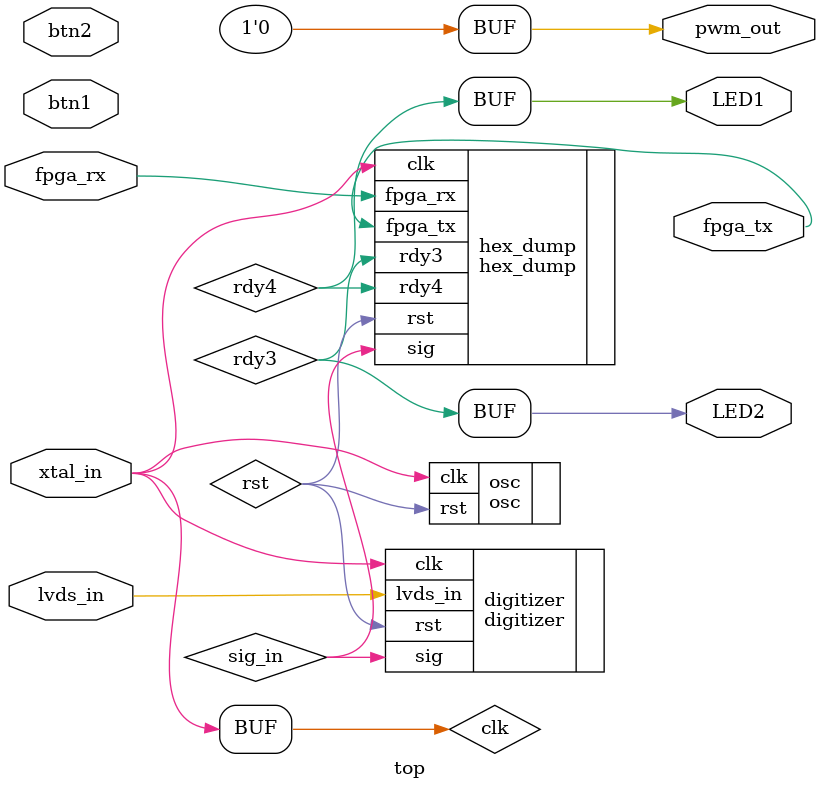
<source format=v>
module top(
    output LED1, LED2, fpga_tx, pwm_out,
    input btn1, btn2, lvds_in, fpga_rx, xtal_in
);

    wire clk = xtal_in;
    wire rst;
    osc osc(.clk(clk), .rst(rst));

    wire sig_in;
	digitizer digitizer(.clk(clk), .rst(rst), .lvds_in(lvds_in), .sig(sig_in));

    wire rdy3, rdy4;
    hex_dump hex_dump(.clk(clk), .rst(rst), .fpga_tx(fpga_tx), .sig(sig_in), .fpga_rx(fpga_rx), .rdy3(rdy3), .rdy4(rdy4));

    assign LED2 = rdy3;
    assign LED1 = rdy4;

    assign pwm_out = 0;

endmodule

</source>
